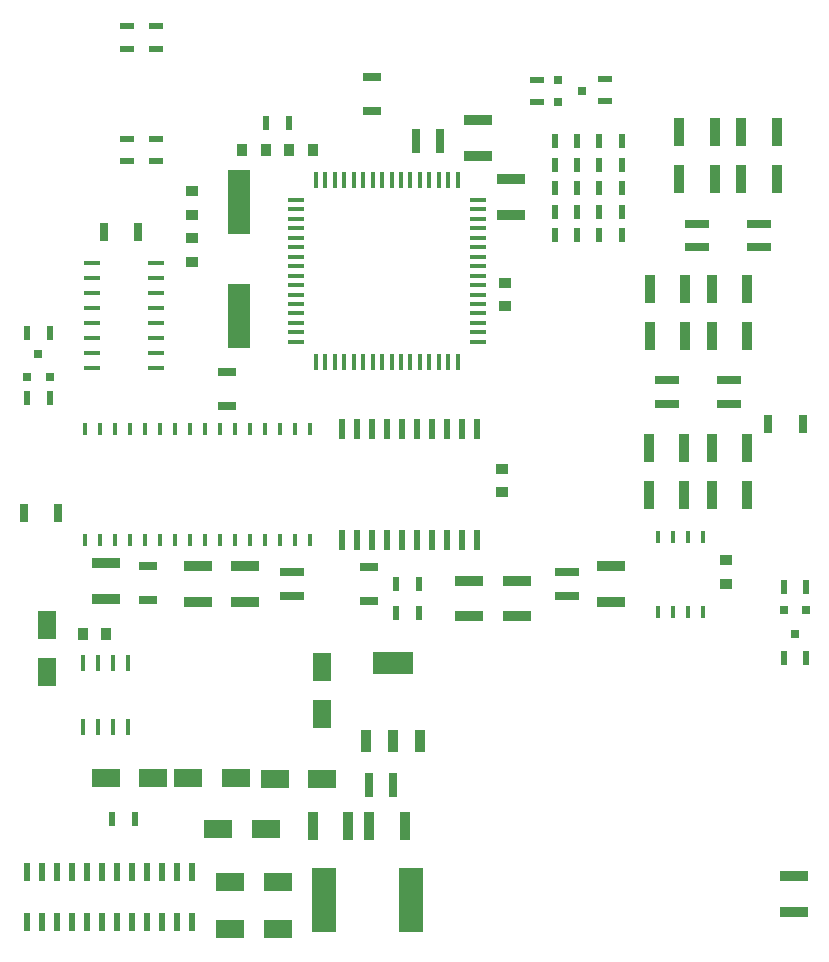
<source format=gtp>
G04 #@! TF.FileFunction,Paste,Top*
%FSLAX46Y46*%
G04 Gerber Fmt 4.6, Leading zero omitted, Abs format (unit mm)*
G04 Created by KiCad (PCBNEW 4.0.7+dfsg1-1~bpo9+1) date Mon Jul 16 17:38:54 2018*
%MOMM*%
%LPD*%
G01*
G04 APERTURE LIST*
%ADD10C,0.100000*%
%ADD11R,1.150000X0.550000*%
%ADD12R,0.307200X1.120000*%
%ADD13R,1.950580X5.450700*%
%ADD14R,0.550000X1.150000*%
%ADD15R,1.100000X0.850000*%
%ADD16R,0.850000X1.100000*%
%ADD17R,0.358000X0.993000*%
%ADD18R,0.850000X2.350000*%
%ADD19R,2.350000X0.850000*%
%ADD20R,3.507600X1.882000*%
%ADD21R,0.866000X1.882000*%
%ADD22R,0.450000X1.400000*%
%ADD23R,0.650100X0.650100*%
%ADD24R,1.350000X0.450000*%
%ADD25R,2.349360X1.650860*%
%ADD26R,1.650860X2.349360*%
%ADD27R,2.150000X5.450000*%
%ADD28R,0.610000X1.650000*%
%ADD29R,1.550000X0.750000*%
%ADD30R,0.750000X1.550000*%
%ADD31R,0.400000X1.350000*%
%ADD32R,1.350000X0.400000*%
%ADD33R,0.612000X1.800000*%
%ADD34R,0.650000X2.050000*%
%ADD35R,2.050000X0.650000*%
G04 APERTURE END LIST*
D10*
D11*
X78000000Y-62550000D03*
X78000000Y-64450000D03*
D12*
X75800000Y-106000000D03*
X77070000Y-106000000D03*
X78340000Y-106000000D03*
X79610000Y-106000000D03*
X80880000Y-106000000D03*
X85960000Y-106000000D03*
X87230000Y-106000000D03*
X88500000Y-106000000D03*
X89770000Y-106000000D03*
X91040000Y-106000000D03*
X91040000Y-96602000D03*
X89770000Y-96602000D03*
X88500000Y-96602000D03*
X87230000Y-96602000D03*
X85960000Y-96602000D03*
X80880000Y-96602000D03*
X79610000Y-96602000D03*
X78340000Y-96602000D03*
X77070000Y-96602000D03*
X75800000Y-96602000D03*
X74530000Y-96602000D03*
X73260000Y-96602000D03*
X71990000Y-96602000D03*
X84690000Y-96602000D03*
X83420000Y-96602000D03*
X82150000Y-96602000D03*
X84690000Y-106000000D03*
X83420000Y-106000000D03*
X82150000Y-106000000D03*
X74530000Y-106000000D03*
X73260000Y-106000000D03*
X71990000Y-106000000D03*
D13*
X85000000Y-77401140D03*
X85000000Y-87098860D03*
D14*
X89200000Y-70750000D03*
X87300000Y-70750000D03*
D15*
X107500000Y-86250000D03*
X107500000Y-84250000D03*
D16*
X87250000Y-73000000D03*
X85250000Y-73000000D03*
D15*
X107250000Y-102000000D03*
X107250000Y-100000000D03*
D16*
X89250000Y-73000000D03*
X91250000Y-73000000D03*
D15*
X81000000Y-78500000D03*
X81000000Y-76500000D03*
X81000000Y-80500000D03*
X81000000Y-82500000D03*
D17*
X120440000Y-105750000D03*
X121710000Y-105750000D03*
X122980000Y-105750000D03*
X124250000Y-105750000D03*
X124250000Y-112100000D03*
X122980000Y-112100000D03*
X121710000Y-112100000D03*
X120440000Y-112100000D03*
D18*
X128000000Y-102250000D03*
X125000000Y-102250000D03*
X128000000Y-98250000D03*
X125000000Y-98250000D03*
D19*
X81500000Y-108250000D03*
X81500000Y-111250000D03*
D18*
X128000000Y-84750000D03*
X125000000Y-84750000D03*
D19*
X85500000Y-108250000D03*
X85500000Y-111250000D03*
D18*
X128000000Y-88750000D03*
X125000000Y-88750000D03*
X130500000Y-71500000D03*
X127500000Y-71500000D03*
X130500000Y-75500000D03*
X127500000Y-75500000D03*
X122697226Y-98250000D03*
X119697226Y-98250000D03*
X122697226Y-102239318D03*
X119697226Y-102239318D03*
X122750000Y-84750000D03*
X119750000Y-84750000D03*
X122750000Y-88750000D03*
X119750000Y-88750000D03*
X125250000Y-71500000D03*
X122250000Y-71500000D03*
X125250000Y-75500000D03*
X122250000Y-75500000D03*
X99000000Y-130250000D03*
X96000000Y-130250000D03*
X91250000Y-130250000D03*
X94250000Y-130250000D03*
D19*
X132000000Y-137500000D03*
X132000000Y-134500000D03*
X104500000Y-112500000D03*
X104500000Y-109500000D03*
X108500000Y-112500000D03*
X108500000Y-109500000D03*
D15*
X126250000Y-109750000D03*
X126250000Y-107750000D03*
D16*
X73750000Y-114000000D03*
X71750000Y-114000000D03*
D20*
X98000000Y-116448000D03*
D21*
X98000000Y-123052000D03*
X100286000Y-123052000D03*
X95714000Y-123052000D03*
D14*
X100200000Y-112250000D03*
X98300000Y-112250000D03*
X98300000Y-109750000D03*
X100200000Y-109750000D03*
D22*
X75607876Y-116490452D03*
X74337876Y-116490452D03*
X73067876Y-116490452D03*
X71797876Y-116490452D03*
X71797876Y-121890452D03*
X73067876Y-121890452D03*
X74337876Y-121890452D03*
X75607876Y-121890452D03*
D14*
X76152876Y-129690452D03*
X74252876Y-129690452D03*
D11*
X75500000Y-62550000D03*
X75500000Y-64450000D03*
X75500000Y-73950000D03*
X75500000Y-72050000D03*
D23*
X67050000Y-92250760D03*
X68950000Y-92250760D03*
X68000000Y-90251780D03*
X111999240Y-67050000D03*
X111999240Y-68950000D03*
X113998220Y-68000000D03*
X133000000Y-112000000D03*
X131100000Y-112000000D03*
X132050000Y-113998980D03*
D14*
X117383272Y-72250000D03*
X115483272Y-72250000D03*
X117383272Y-74250000D03*
X115483272Y-74250000D03*
X117383272Y-78250000D03*
X115483272Y-78250000D03*
X117383272Y-80250000D03*
X115483272Y-80250000D03*
X113633272Y-72250000D03*
X111733272Y-72250000D03*
X113633272Y-74250000D03*
X111733272Y-74250000D03*
X113633272Y-78250000D03*
X111733272Y-78250000D03*
X113633272Y-80250000D03*
X111733272Y-80250000D03*
X68950000Y-88500000D03*
X67050000Y-88500000D03*
D11*
X116000000Y-67000000D03*
X116000000Y-68900000D03*
D14*
X133000000Y-116000000D03*
X131100000Y-116000000D03*
X68950000Y-94000000D03*
X67050000Y-94000000D03*
D11*
X110250000Y-68950000D03*
X110250000Y-67050000D03*
D14*
X131100000Y-110000000D03*
X133000000Y-110000000D03*
D11*
X78000000Y-72050000D03*
X78000000Y-73950000D03*
D14*
X117383272Y-76250000D03*
X115483272Y-76250000D03*
X113633272Y-76250000D03*
X111733272Y-76250000D03*
D24*
X77950000Y-91445000D03*
X77950000Y-90175000D03*
X77950000Y-88905000D03*
X77950000Y-87635000D03*
X77950000Y-86365000D03*
X77950000Y-85095000D03*
X77950000Y-83825000D03*
X77950000Y-82555000D03*
X72550000Y-82555000D03*
X72550000Y-83825000D03*
X72550000Y-85095000D03*
X72550000Y-86365000D03*
X72550000Y-87635000D03*
X72550000Y-88905000D03*
X72550000Y-90175000D03*
X72550000Y-91445000D03*
D25*
X91998980Y-126250000D03*
X88001020Y-126250000D03*
X80703896Y-126190452D03*
X84701856Y-126190452D03*
X73703896Y-126190452D03*
X77701856Y-126190452D03*
D26*
X68750000Y-117248980D03*
X68750000Y-113251020D03*
D27*
X99561752Y-136495248D03*
X92161752Y-136495248D03*
D25*
X87247960Y-130500000D03*
X83250000Y-130500000D03*
D19*
X73750000Y-111000000D03*
X73750000Y-108000000D03*
X116500000Y-108250000D03*
X116500000Y-111250000D03*
D26*
X92000000Y-116751020D03*
X92000000Y-120748980D03*
D28*
X67000000Y-138365000D03*
X67000000Y-134165000D03*
X68270000Y-138365000D03*
X68270000Y-134165000D03*
X69540000Y-138365000D03*
X69540000Y-134165000D03*
X70810000Y-138365000D03*
X70810000Y-134165000D03*
X72080000Y-138365000D03*
X72080000Y-134165000D03*
X73350000Y-138365000D03*
X73350000Y-134165000D03*
X74620000Y-138365000D03*
X74620000Y-134165000D03*
X75890000Y-138365000D03*
X75890000Y-134165000D03*
X77160000Y-138365000D03*
X77160000Y-134165000D03*
X78430000Y-138365000D03*
X78430000Y-134165000D03*
X79700000Y-138365000D03*
X79700000Y-134165000D03*
X80970000Y-138365000D03*
X80970000Y-134165000D03*
D25*
X88248980Y-139000000D03*
X84251020Y-139000000D03*
X88248980Y-135000000D03*
X84251020Y-135000000D03*
D29*
X77250000Y-108250000D03*
X77250000Y-111150000D03*
X96000000Y-108300000D03*
X96000000Y-111200000D03*
D30*
X76450000Y-80000000D03*
X73550000Y-80000000D03*
X66800000Y-103750000D03*
X69700000Y-103750000D03*
D29*
X96250000Y-66800000D03*
X96250000Y-69700000D03*
D30*
X132700000Y-96250000D03*
X129800000Y-96250000D03*
D29*
X84000000Y-91800000D03*
X84000000Y-94700000D03*
D31*
X103500000Y-75550000D03*
X102700000Y-75550000D03*
X101900000Y-75550000D03*
X101100000Y-75550000D03*
X100300000Y-75550000D03*
X99500000Y-75550000D03*
X98700000Y-75550000D03*
X97900000Y-75550000D03*
X97100000Y-75550000D03*
X96300000Y-75550000D03*
X95500000Y-75550000D03*
X94700000Y-75550000D03*
X93900000Y-75550000D03*
X93100000Y-75550000D03*
X92300000Y-75550000D03*
X91500000Y-75550000D03*
D32*
X89800000Y-77250000D03*
X89800000Y-78050000D03*
X89800000Y-78850000D03*
X89800000Y-79650000D03*
X89800000Y-80450000D03*
X89800000Y-81250000D03*
X89800000Y-82050000D03*
X89800000Y-82850000D03*
X89800000Y-83650000D03*
X89800000Y-84450000D03*
X89800000Y-85250000D03*
X89800000Y-86050000D03*
X89800000Y-86850000D03*
X89800000Y-87650000D03*
X89800000Y-88450000D03*
X89800000Y-89250000D03*
D31*
X91500000Y-90950000D03*
X92300000Y-90950000D03*
X93100000Y-90950000D03*
X93900000Y-90950000D03*
X94700000Y-90950000D03*
X95500000Y-90950000D03*
X96300000Y-90950000D03*
X97100000Y-90950000D03*
X97900000Y-90950000D03*
X98700000Y-90950000D03*
X99500000Y-90950000D03*
X100300000Y-90950000D03*
X101100000Y-90950000D03*
X101900000Y-90950000D03*
X102700000Y-90950000D03*
X103500000Y-90950000D03*
D32*
X105200000Y-89250000D03*
X105200000Y-88450000D03*
X105200000Y-87650000D03*
X105200000Y-86850000D03*
X105200000Y-86050000D03*
X105200000Y-85250000D03*
X105200000Y-84450000D03*
X105200000Y-83650000D03*
X105200000Y-82850000D03*
X105200000Y-82050000D03*
X105200000Y-81250000D03*
X105200000Y-80450000D03*
X105200000Y-79650000D03*
X105200000Y-78850000D03*
X105200000Y-78050000D03*
X105200000Y-77250000D03*
D19*
X105250000Y-73500000D03*
X105250000Y-70500000D03*
X108000000Y-78500000D03*
X108000000Y-75500000D03*
D33*
X105140000Y-96600000D03*
X103870000Y-96600000D03*
X102600000Y-96600000D03*
X101330000Y-96600000D03*
X100060000Y-96600000D03*
X98790000Y-96600000D03*
X97520000Y-96600000D03*
X96250000Y-96600000D03*
X94980000Y-96600000D03*
X93710000Y-96600000D03*
X93710000Y-106000000D03*
X94980000Y-106000000D03*
X96250000Y-106000000D03*
X97520000Y-106000000D03*
X98790000Y-106000000D03*
X100060000Y-106000000D03*
X101330000Y-106000000D03*
X102600000Y-106000000D03*
X103870000Y-106000000D03*
X105140000Y-106000000D03*
D34*
X100000000Y-72250000D03*
X102000000Y-72250000D03*
D35*
X89500000Y-108750000D03*
X89500000Y-110750000D03*
D34*
X96000000Y-126750000D03*
X98000000Y-126750000D03*
D35*
X126500000Y-94500000D03*
X126500000Y-92500000D03*
X129000000Y-81250000D03*
X129000000Y-79250000D03*
X112750000Y-110750000D03*
X112750000Y-108750000D03*
X121250000Y-92500000D03*
X121250000Y-94500000D03*
X123750000Y-79250000D03*
X123750000Y-81250000D03*
M02*

</source>
